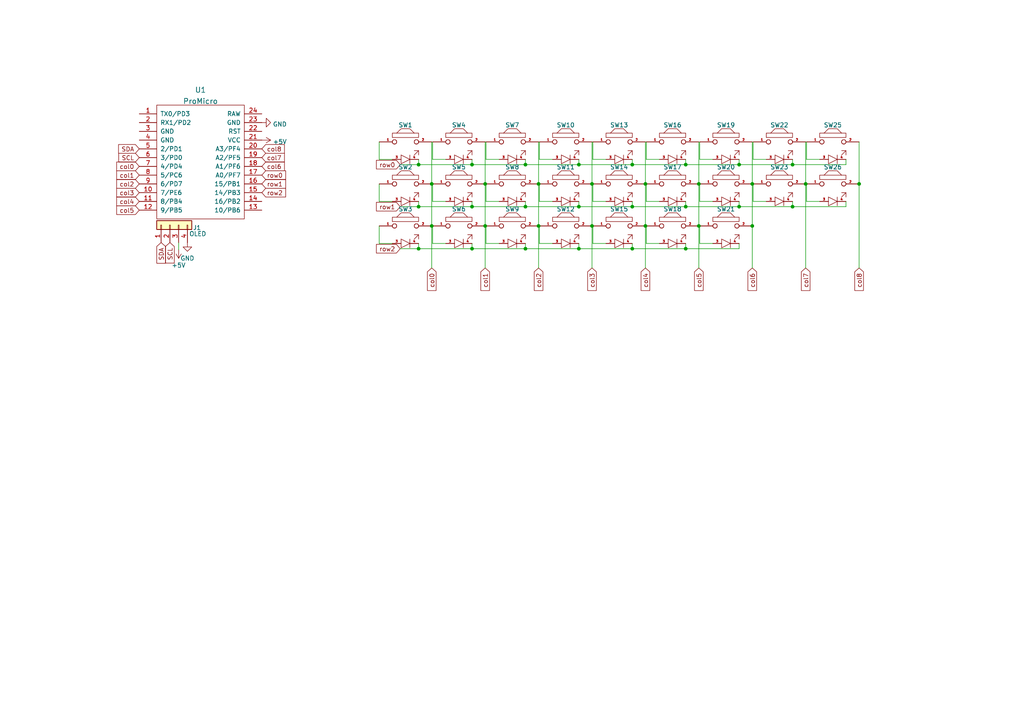
<source format=kicad_sch>
(kicad_sch (version 20220103) (generator eeschema)
  (paper "A4")
  (lib_symbols
    (symbol "Connector_Generic:Conn_01x04" (pin_names (offset 1.016) hide)
      (property "Reference" "J" (at 0 5.08 0))
      (property "Value" "Conn_01x04" (at 0 -7.62 0))
      (symbol "Conn_01x04_1_1"
        (rectangle (start -1.27 -4.953) (end 0 -5.207) (stroke (width 0.1524)))
        (rectangle (start -1.27 -2.413) (end 0 -2.667) (stroke (width 0.1524)))
        (rectangle (start -1.27 0.127) (end 0 -0.127) (stroke (width 0.1524)))
        (rectangle (start -1.27 2.667) (end 0 2.413) (stroke (width 0.1524)))
        (rectangle (start -1.27 3.81) (end 1.27 -6.35) (stroke (width 0.254)) (fill (type background)))
        (pin passive line (at -5.08 2.54 0) (length 3.81) (name "Pin_1") (number "1"))
        (pin passive line (at -5.08 0 0) (length 3.81) (name "Pin_2") (number "2"))
        (pin passive line (at -5.08 -2.54 0) (length 3.81) (name "Pin_3") (number "3"))
        (pin passive line (at -5.08 -5.08 0) (length 3.81) (name "Pin_4") (number "4"))
      )
    )
    (symbol "Keebio:MX" (pin_names (offset 1.016))
      (property "Reference" "SW" (at 0 5.08 0))
      (symbol "MX_0_1"
        (polyline (pts (xy 1.27 -3.81) (xy 1.27 -6.35)))
        (polyline (pts (xy 2.54 -3.81) (xy 3.81 -2.54)))
        (polyline (pts (xy 3.81 -3.81) (xy 3.81 -2.54) (xy 2.54 -2.54)))
        (polyline (pts (xy -2.54 2.54) (xy -1.27 3.81) (xy 1.27 3.81) (xy 2.54 2.54)))
        (polyline (pts (xy -1.27 -3.81) (xy -1.27 -6.35) (xy 1.27 -5.08) (xy -1.27 -3.81)))
        (polyline (pts (xy -3.81 1.27) (xy 3.81 1.27) (xy 3.81 2.54) (xy -3.81 2.54) (xy -3.81 1.27)))
      )
      (symbol "MX_1_1"
        (pin input inverted (at -7.62 0 0) (length 5.08) (name "~") (number "1"))
        (pin input inverted (at 7.62 0 180) (length 5.08) (name "~") (number "2"))
        (pin input line (at -3.81 -5.08 0) (length 2.54) (name "~") (number "3"))
        (pin input line (at 3.81 -5.08 180) (length 2.54) (name "~") (number "4"))
      )
    )
    (symbol "Keebio:ProMicro" (pin_names (offset 1.016))
      (property "Reference" "U" (at 0 0 0))
      (property "Value" "ProMicro" (at 0 -19.05 0))
      (symbol "ProMicro_0_1"
        (rectangle (start -12.7 -16.51) (end 12.7 16.51))
      )
      (symbol "ProMicro_1_1"
        (pin input line (at -17.78 13.97 0) (length 5.08) (name "TX0/PD3") (number "1"))
        (pin input line (at -17.78 -8.89 0) (length 5.08) (name "7/PE6") (number "10"))
        (pin input line (at -17.78 -11.43 0) (length 5.08) (name "8/PB4") (number "11"))
        (pin input line (at -17.78 -13.97 0) (length 5.08) (name "9/PB5") (number "12"))
        (pin input line (at 17.78 -13.97 180) (length 5.08) (name "10/PB6") (number "13"))
        (pin input line (at 17.78 -11.43 180) (length 5.08) (name "16/PB2") (number "14"))
        (pin input line (at 17.78 -8.89 180) (length 5.08) (name "14/PB3") (number "15"))
        (pin input line (at 17.78 -6.35 180) (length 5.08) (name "15/PB1") (number "16"))
        (pin input line (at 17.78 -3.81 180) (length 5.08) (name "A0/PF7") (number "17"))
        (pin input line (at 17.78 -1.27 180) (length 5.08) (name "A1/PF6") (number "18"))
        (pin input line (at 17.78 1.27 180) (length 5.08) (name "A2/PF5") (number "19"))
        (pin input line (at -17.78 11.43 0) (length 5.08) (name "RX1/PD2") (number "2"))
        (pin input line (at 17.78 3.81 180) (length 5.08) (name "A3/PF4") (number "20"))
        (pin input line (at 17.78 6.35 180) (length 5.08) (name "VCC") (number "21"))
        (pin input line (at 17.78 8.89 180) (length 5.08) (name "RST") (number "22"))
        (pin input line (at 17.78 11.43 180) (length 5.08) (name "GND") (number "23"))
        (pin input line (at 17.78 13.97 180) (length 5.08) (name "RAW") (number "24"))
        (pin input line (at -17.78 8.89 0) (length 5.08) (name "GND") (number "3"))
        (pin input line (at -17.78 6.35 0) (length 5.08) (name "GND") (number "4"))
        (pin input line (at -17.78 3.81 0) (length 5.08) (name "2/PD1") (number "5"))
        (pin input line (at -17.78 1.27 0) (length 5.08) (name "3/PD0") (number "6"))
        (pin input line (at -17.78 -1.27 0) (length 5.08) (name "4/PD4") (number "7"))
        (pin input line (at -17.78 -3.81 0) (length 5.08) (name "5/PC6") (number "8"))
        (pin input line (at -17.78 -6.35 0) (length 5.08) (name "6/PD7") (number "9"))
      )
    )
    (symbol "power:+5V" (power) (pin_names (offset 0))
      (property "Value" "+5V" (at 0 3.556 0))
      (symbol "+5V_0_1"
        (polyline (pts (xy -0.762 1.27) (xy 0 2.54)))
        (polyline (pts (xy 0 0) (xy 0 2.54)))
        (polyline (pts (xy 0 2.54) (xy 0.762 1.27)))
      )
      (symbol "+5V_1_1"
        (pin power_in line (at 0 0 90) (length 0) hide (name "+5V") (number "1"))
      )
    )
    (symbol "power:GND" (power) (pin_names (offset 0))
      (property "Value" "GND" (at 0 -3.81 0))
      (symbol "GND_0_1"
        (polyline (pts (xy 0 0) (xy 0 -1.27) (xy 1.27 -1.27) (xy 0 -2.54) (xy -1.27 -1.27) (xy 0 -1.27)))
      )
      (symbol "GND_1_1"
        (pin power_in line (at 0 0 270) (length 0) hide (name "GND") (number "1"))
      )
    )
  )
  (junction (at 152.4 59.944))
  (junction (at 218.186 53.34))
  (junction (at 152.4 47.752))
  (junction (at 249.174 53.34))
  (junction (at 183.388 72.136))
  (junction (at 167.894 59.944))
  (junction (at 156.21 65.532))
  (junction (at 214.376 59.944))
  (junction (at 171.704 65.532))
  (junction (at 125.222 65.532))
  (junction (at 140.716 65.532))
  (junction (at 198.882 47.752))
  (junction (at 183.388 47.752))
  (junction (at 229.87 59.944))
  (junction (at 140.716 53.34))
  (junction (at 183.388 59.944))
  (junction (at 187.198 53.34))
  (junction (at 167.894 47.752))
  (junction (at 218.186 65.532))
  (junction (at 121.412 47.752))
  (junction (at 198.882 72.136))
  (junction (at 171.704 53.34))
  (junction (at 229.87 47.752))
  (junction (at 187.198 65.532))
  (junction (at 121.412 59.944))
  (junction (at 233.68 53.34))
  (junction (at 202.692 65.532))
  (junction (at 125.222 53.34))
  (junction (at 121.412 72.136))
  (junction (at 214.376 47.752))
  (junction (at 152.4 72.136))
  (junction (at 202.692 53.34))
  (junction (at 136.906 47.752))
  (junction (at 198.882 59.944))
  (junction (at 136.906 59.944))
  (junction (at 156.21 53.34))
  (junction (at 136.906 72.136))
  (junction (at 167.894 72.136))
  (wire (pts (xy 202.692 53.34) (xy 202.692 65.532)))
  (wire (pts (xy 202.692 65.532) (xy 202.692 77.724)))
  (wire (pts (xy 136.906 58.42) (xy 136.906 59.944)))
  (wire (pts (xy 116.078 47.752) (xy 121.412 47.752)))
  (wire (pts (xy 218.44 46.228) (xy 222.25 46.228)))
  (wire (pts (xy 125.476 58.42) (xy 129.286 58.42)))
  (wire (pts (xy 167.894 47.752) (xy 152.4 47.752)))
  (wire (pts (xy 156.464 53.34) (xy 156.464 58.42)))
  (wire (pts (xy 136.906 47.752) (xy 152.4 47.752)))
  (wire (pts (xy 218.186 53.34) (xy 218.186 65.532)))
  (wire (pts (xy 136.906 72.136) (xy 152.4 72.136)))
  (wire (pts (xy 140.97 53.34) (xy 140.97 58.42)))
  (wire (pts (xy 229.87 59.944) (xy 214.376 59.944)))
  (wire (pts (xy 187.452 70.612) (xy 191.262 70.612)))
  (wire (pts (xy 167.894 59.944) (xy 183.388 59.944)))
  (wire (pts (xy 140.97 46.228) (xy 144.78 46.228)))
  (wire (pts (xy 233.934 58.42) (xy 237.744 58.42)))
  (wire (pts (xy 109.982 58.42) (xy 113.792 58.42)))
  (wire (pts (xy 156.464 65.532) (xy 156.464 70.612)))
  (wire (pts (xy 167.894 46.228) (xy 167.894 47.752)))
  (wire (pts (xy 202.946 46.228) (xy 206.756 46.228)))
  (wire (pts (xy 218.44 41.148) (xy 218.44 46.228)))
  (wire (pts (xy 136.906 47.752) (xy 121.412 47.752)))
  (wire (pts (xy 198.882 59.944) (xy 183.388 59.944)))
  (wire (pts (xy 229.87 47.752) (xy 245.364 47.752)))
  (wire (pts (xy 140.716 65.532) (xy 140.716 77.724)))
  (wire (pts (xy 229.87 47.752) (xy 214.376 47.752)))
  (wire (pts (xy 218.186 65.532) (xy 218.186 77.724)))
  (wire (pts (xy 249.174 53.34) (xy 249.174 77.724)))
  (wire (pts (xy 167.894 72.136) (xy 183.388 72.136)))
  (wire (pts (xy 109.982 46.228) (xy 113.792 46.228)))
  (wire (pts (xy 202.946 70.612) (xy 206.756 70.612)))
  (wire (pts (xy 125.222 65.532) (xy 125.222 77.724)))
  (wire (pts (xy 233.68 41.148) (xy 233.68 53.34)))
  (wire (pts (xy 125.476 53.34) (xy 125.476 58.42)))
  (wire (pts (xy 198.882 59.944) (xy 214.376 59.944)))
  (wire (pts (xy 202.946 58.42) (xy 206.756 58.42)))
  (wire (pts (xy 109.982 65.532) (xy 109.982 70.612)))
  (wire (pts (xy 156.464 46.228) (xy 160.274 46.228)))
  (wire (pts (xy 136.906 59.944) (xy 121.412 59.944)))
  (wire (pts (xy 187.452 53.34) (xy 187.452 58.42)))
  (wire (pts (xy 171.958 53.34) (xy 171.958 58.42)))
  (wire (pts (xy 198.882 58.42) (xy 198.882 59.944)))
  (wire (pts (xy 187.452 46.228) (xy 191.262 46.228)))
  (wire (pts (xy 116.078 72.136) (xy 121.412 72.136)))
  (wire (pts (xy 249.174 41.148) (xy 249.174 53.34)))
  (wire (pts (xy 214.376 72.136) (xy 214.376 70.612)))
  (wire (pts (xy 140.97 58.42) (xy 144.78 58.42)))
  (wire (pts (xy 183.388 72.136) (xy 183.388 70.612)))
  (wire (pts (xy 121.412 59.944) (xy 121.412 58.42)))
  (wire (pts (xy 218.186 41.148) (xy 218.186 53.34)))
  (wire (pts (xy 136.906 70.612) (xy 136.906 72.136)))
  (wire (pts (xy 152.4 72.136) (xy 152.4 70.612)))
  (wire (pts (xy 109.982 53.34) (xy 109.982 58.42)))
  (wire (pts (xy 140.97 41.148) (xy 140.97 46.228)))
  (wire (pts (xy 156.464 70.612) (xy 160.274 70.612)))
  (wire (pts (xy 202.692 41.148) (xy 202.692 53.34)))
  (wire (pts (xy 187.452 65.532) (xy 187.452 70.612)))
  (wire (pts (xy 121.412 47.752) (xy 121.412 46.228)))
  (wire (pts (xy 171.958 41.148) (xy 171.958 46.228)))
  (wire (pts (xy 171.958 70.612) (xy 175.768 70.612)))
  (wire (pts (xy 171.958 65.532) (xy 171.958 70.612)))
  (wire (pts (xy 198.882 70.612) (xy 198.882 72.136)))
  (wire (pts (xy 167.894 70.612) (xy 167.894 72.136)))
  (wire (pts (xy 136.906 72.136) (xy 121.412 72.136)))
  (wire (pts (xy 229.87 58.42) (xy 229.87 59.944)))
  (wire (pts (xy 109.982 41.148) (xy 109.982 46.228)))
  (wire (pts (xy 156.21 41.148) (xy 156.21 53.34)))
  (wire (pts (xy 152.4 59.944) (xy 152.4 58.42)))
  (wire (pts (xy 140.716 53.34) (xy 140.716 65.532)))
  (wire (pts (xy 121.412 72.136) (xy 121.412 70.612)))
  (wire (pts (xy 214.376 47.752) (xy 214.376 46.228)))
  (wire (pts (xy 198.882 47.752) (xy 214.376 47.752)))
  (wire (pts (xy 156.21 65.532) (xy 156.21 77.724)))
  (wire (pts (xy 125.476 41.148) (xy 125.476 46.228)))
  (wire (pts (xy 156.464 41.148) (xy 156.464 46.228)))
  (wire (pts (xy 125.476 65.532) (xy 125.476 70.612)))
  (wire (pts (xy 233.934 46.228) (xy 237.744 46.228)))
  (wire (pts (xy 51.816 70.358) (xy 51.816 72.39)))
  (wire (pts (xy 198.882 46.228) (xy 198.882 47.752)))
  (wire (pts (xy 218.44 53.34) (xy 218.44 58.42)))
  (wire (pts (xy 245.364 46.228) (xy 245.364 47.752)))
  (wire (pts (xy 140.97 70.612) (xy 144.78 70.612)))
  (wire (pts (xy 245.364 58.42) (xy 245.364 59.944)))
  (wire (pts (xy 183.388 47.752) (xy 183.388 46.228)))
  (wire (pts (xy 140.716 41.148) (xy 140.716 53.34)))
  (wire (pts (xy 183.388 59.944) (xy 183.388 58.42)))
  (wire (pts (xy 171.958 46.228) (xy 175.768 46.228)))
  (wire (pts (xy 171.958 58.42) (xy 175.768 58.42)))
  (wire (pts (xy 136.906 59.944) (xy 152.4 59.944)))
  (wire (pts (xy 156.21 53.34) (xy 156.21 65.532)))
  (wire (pts (xy 198.882 72.136) (xy 183.388 72.136)))
  (wire (pts (xy 229.87 46.228) (xy 229.87 47.752)))
  (wire (pts (xy 187.198 41.148) (xy 187.198 53.34)))
  (wire (pts (xy 198.882 72.136) (xy 214.376 72.136)))
  (wire (pts (xy 125.476 70.612) (xy 129.286 70.612)))
  (wire (pts (xy 109.982 70.612) (xy 113.792 70.612)))
  (wire (pts (xy 187.198 53.34) (xy 187.198 65.532)))
  (wire (pts (xy 125.476 46.228) (xy 129.286 46.228)))
  (wire (pts (xy 116.078 59.944) (xy 121.412 59.944)))
  (wire (pts (xy 167.894 59.944) (xy 152.4 59.944)))
  (wire (pts (xy 233.934 41.148) (xy 233.934 46.228)))
  (wire (pts (xy 125.222 53.34) (xy 125.222 65.532)))
  (wire (pts (xy 202.946 53.34) (xy 202.946 58.42)))
  (wire (pts (xy 198.882 47.752) (xy 183.388 47.752)))
  (wire (pts (xy 136.906 46.228) (xy 136.906 47.752)))
  (wire (pts (xy 233.934 53.34) (xy 233.934 58.42)))
  (wire (pts (xy 125.222 41.148) (xy 125.222 53.34)))
  (wire (pts (xy 229.87 59.944) (xy 245.364 59.944)))
  (wire (pts (xy 187.452 41.148) (xy 187.452 46.228)))
  (wire (pts (xy 202.946 41.148) (xy 202.946 46.228)))
  (wire (pts (xy 171.704 65.532) (xy 171.704 77.724)))
  (wire (pts (xy 202.946 65.532) (xy 202.946 70.612)))
  (wire (pts (xy 187.198 65.532) (xy 187.198 77.724)))
  (wire (pts (xy 187.452 58.42) (xy 191.262 58.42)))
  (wire (pts (xy 156.464 58.42) (xy 160.274 58.42)))
  (wire (pts (xy 167.894 47.752) (xy 183.388 47.752)))
  (wire (pts (xy 171.704 41.148) (xy 171.704 53.34)))
  (wire (pts (xy 167.894 72.136) (xy 152.4 72.136)))
  (wire (pts (xy 171.704 53.34) (xy 171.704 65.532)))
  (wire (pts (xy 218.44 58.42) (xy 222.25 58.42)))
  (wire (pts (xy 152.4 47.752) (xy 152.4 46.228)))
  (wire (pts (xy 167.894 58.42) (xy 167.894 59.944)))
  (wire (pts (xy 233.68 53.34) (xy 233.68 77.724)))
  (wire (pts (xy 140.97 65.532) (xy 140.97 70.612)))
  (wire (pts (xy 214.376 59.944) (xy 214.376 58.42)))
  (global_label "col2" (shape input) (at 156.21 77.724 270) (property "Intersheetrefs" "${INTERSHEET_REFS}" (at 156.21 84.758 90) (effects (justify right))))
  (global_label "col5" (shape input) (at 40.386 60.96 180) (property "Intersheetrefs" "${INTERSHEET_REFS}" (at 33.352 60.96 0) (effects (justify right))))
  (global_label "col4" (shape input) (at 187.198 77.724 270) (property "Intersheetrefs" "${INTERSHEET_REFS}" (at 187.198 84.758 90) (effects (justify right))))
  (global_label "col8" (shape input) (at 249.174 77.724 270) (property "Intersheetrefs" "${INTERSHEET_REFS}" (at 249.174 84.758 90) (effects (justify right))))
  (global_label "SCL" (shape input) (at 49.276 70.358 270) (property "Intersheetrefs" "${INTERSHEET_REFS}" (at 49.276 76.7872 90) (effects (justify right))))
  (global_label "col3" (shape input) (at 40.386 55.88 180) (property "Intersheetrefs" "${INTERSHEET_REFS}" (at 33.352 55.88 0) (effects (justify right))))
  (global_label "row1" (shape input) (at 75.946 53.34 0) (property "Intersheetrefs" "${INTERSHEET_REFS}" (at 83.3428 53.34 0) (effects (justify left))))
  (global_label "SDA" (shape input) (at 46.736 70.358 270) (property "Intersheetrefs" "${INTERSHEET_REFS}" (at 46.736 76.8477 90) (effects (justify right))))
  (global_label "SCL" (shape input) (at 40.386 45.72 180) (property "Intersheetrefs" "${INTERSHEET_REFS}" (at 33.9568 45.72 0) (effects (justify right))))
  (global_label "row1" (shape input) (at 116.078 59.944 180) (property "Intersheetrefs" "${INTERSHEET_REFS}" (at 108.6812 59.944 0) (effects (justify right))))
  (global_label "col1" (shape input) (at 40.386 50.8 180) (property "Intersheetrefs" "${INTERSHEET_REFS}" (at 33.352 50.8 0) (effects (justify right))))
  (global_label "col6" (shape input) (at 75.946 48.26 0) (property "Intersheetrefs" "${INTERSHEET_REFS}" (at 82.98 48.26 0) (effects (justify left))))
  (global_label "col7" (shape input) (at 75.946 45.72 0) (property "Intersheetrefs" "${INTERSHEET_REFS}" (at 82.98 45.72 0) (effects (justify left))))
  (global_label "row2" (shape input) (at 116.078 72.136 180) (property "Intersheetrefs" "${INTERSHEET_REFS}" (at 108.6812 72.136 0) (effects (justify right))))
  (global_label "col6" (shape input) (at 218.186 77.724 270) (property "Intersheetrefs" "${INTERSHEET_REFS}" (at 218.186 84.758 90) (effects (justify right))))
  (global_label "col0" (shape input) (at 40.386 48.26 180) (property "Intersheetrefs" "${INTERSHEET_REFS}" (at 33.352 48.26 0) (effects (justify right))))
  (global_label "col0" (shape input) (at 125.222 77.724 270) (property "Intersheetrefs" "${INTERSHEET_REFS}" (at 125.222 84.758 90) (effects (justify right))))
  (global_label "col3" (shape input) (at 171.704 77.724 270) (property "Intersheetrefs" "${INTERSHEET_REFS}" (at 171.704 84.758 90) (effects (justify right))))
  (global_label "row0" (shape input) (at 75.946 50.8 0) (property "Intersheetrefs" "${INTERSHEET_REFS}" (at 83.3428 50.8 0) (effects (justify left))))
  (global_label "row0" (shape input) (at 116.078 47.752 180) (property "Intersheetrefs" "${INTERSHEET_REFS}" (at 108.6812 47.752 0) (effects (justify right))))
  (global_label "col4" (shape input) (at 40.386 58.42 180) (property "Intersheetrefs" "${INTERSHEET_REFS}" (at 33.352 58.42 0) (effects (justify right))))
  (global_label "col2" (shape input) (at 40.386 53.34 180) (property "Intersheetrefs" "${INTERSHEET_REFS}" (at 33.352 53.34 0) (effects (justify right))))
  (global_label "col7" (shape input) (at 233.68 77.724 270) (property "Intersheetrefs" "${INTERSHEET_REFS}" (at 233.68 84.758 90) (effects (justify right))))
  (global_label "row2" (shape input) (at 75.946 55.88 0) (property "Intersheetrefs" "${INTERSHEET_REFS}" (at 83.3428 55.88 0) (effects (justify left))))
  (global_label "col1" (shape input) (at 140.716 77.724 270) (property "Intersheetrefs" "${INTERSHEET_REFS}" (at 140.716 84.758 90) (effects (justify right))))
  (global_label "col5" (shape input) (at 202.692 77.724 270) (property "Intersheetrefs" "${INTERSHEET_REFS}" (at 202.692 84.758 90) (effects (justify right))))
  (global_label "col8" (shape input) (at 75.946 43.18 0) (property "Intersheetrefs" "${INTERSHEET_REFS}" (at 82.98 43.18 0) (effects (justify left))))
  (global_label "SDA" (shape input) (at 40.386 43.18 180) (property "Intersheetrefs" "${INTERSHEET_REFS}" (at 33.8963 43.18 0) (effects (justify right))))
  (symbol (lib_id "Keebio:MX") (at 226.06 53.34 0) (unit 1)
    (property "Reference" "SW23" (at 226.06 48.4655 0))
    (property "Value" "MX" (effects hide))
    (property "Footprint" "Keebio:MX-Alps-Choc-1U" (effects hide))
  )
  (symbol (lib_id "power:+5V") (at 51.816 72.39 180) (unit 1)
    (property "Reference" "#PWR0102" (effects hide))
    (property "Value" "+5V" (at 51.816 76.9525 0))
  )
  (symbol (lib_id "Keebio:ProMicro") (at 58.166 46.99 0) (unit 1)
    (property "Reference" "U1" (at 58.166 26.0761 0) (effects (font (size 1.524 1.524))))
    (property "Value" "ProMicro" (at 58.166 29.3551 0) (effects (font (size 1.524 1.524))))
    (property "Footprint" "Keebio:ArduinoProMicro" (effects hide))
  )
  (symbol (lib_id "Keebio:MX") (at 210.566 65.532 0) (unit 1)
    (property "Reference" "SW21" (at 210.566 60.6575 0))
    (property "Value" "MX" (effects hide))
    (property "Footprint" "Keebio:MX-Alps-Choc-1U" (effects hide))
  )
  (symbol (lib_id "Keebio:MX") (at 148.59 53.34 0) (unit 1)
    (property "Reference" "SW8" (at 148.59 48.4655 0))
    (property "Value" "MX" (effects hide))
    (property "Footprint" "Keebio:MX-Alps-Choc-1U" (effects hide))
  )
  (symbol (lib_id "Keebio:MX") (at 117.602 53.34 0) (unit 1)
    (property "Reference" "SW2" (at 117.602 48.4655 0))
    (property "Value" "MX" (effects hide))
    (property "Footprint" "Keebio:MX-Alps-Choc-1U" (effects hide))
  )
  (symbol (lib_id "Keebio:MX") (at 164.084 41.148 0) (unit 1)
    (property "Reference" "SW10" (at 164.084 36.2735 0))
    (property "Value" "MX" (effects hide))
    (property "Footprint" "Keebio:MX-Alps-Choc-1U" (effects hide))
  )
  (symbol (lib_id "Keebio:MX") (at 133.096 41.148 0) (unit 1)
    (property "Reference" "SW4" (at 133.096 36.2735 0))
    (property "Value" "MX" (effects hide))
    (property "Footprint" "Keebio:MX-Alps-Choc-1U" (effects hide))
  )
  (symbol (lib_id "Connector_Generic:Conn_01x04") (at 49.276 65.278 90) (unit 1)
    (property "Reference" "J1" (at 57.15 66.04 90))
    (property "Value" "OLED" (at 54.864 67.818 90) (effects (justify right)))
    (property "Footprint" "Connector_PinSocket_2.54mm:PinSocket_1x04_P2.54mm_Vertical" (effects hide))
  )
  (symbol (lib_id "Keebio:MX") (at 195.072 41.148 0) (unit 1)
    (property "Reference" "SW16" (at 195.072 36.2735 0))
    (property "Value" "MX" (effects hide))
    (property "Footprint" "Keebio:MX-Alps-Choc-1U" (effects hide))
  )
  (symbol (lib_id "Keebio:MX") (at 241.554 53.34 0) (unit 1)
    (property "Reference" "SW26" (at 241.554 48.4655 0))
    (property "Value" "MX" (effects hide))
    (property "Footprint" "Keebio:MX-Alps-Choc-1U" (effects hide))
  )
  (symbol (lib_id "Keebio:MX") (at 210.566 53.34 0) (unit 1)
    (property "Reference" "SW20" (at 210.566 48.4655 0))
    (property "Value" "MX" (effects hide))
    (property "Footprint" "Keebio:MX-Alps-Choc-1U" (effects hide))
  )
  (symbol (lib_id "Keebio:MX") (at 133.096 53.34 0) (unit 1)
    (property "Reference" "SW5" (at 133.096 48.4655 0))
    (property "Value" "MX" (effects hide))
    (property "Footprint" "Keebio:MX-Alps-Choc-1U" (effects hide))
  )
  (symbol (lib_id "Keebio:MX") (at 241.554 41.148 0) (unit 1)
    (property "Reference" "SW25" (at 241.554 36.2735 0))
    (property "Value" "MX" (effects hide))
    (property "Footprint" "Keebio:MX-Alps-Choc-1U" (effects hide))
  )
  (symbol (lib_id "power:GND") (at 75.946 35.56 90) (unit 1)
    (property "Reference" "#PWR0104" (effects hide))
    (property "Value" "GND" (at 79.121 36.039 90) (effects (justify right)))
  )
  (symbol (lib_id "Keebio:MX") (at 195.072 65.532 0) (unit 1)
    (property "Reference" "SW18" (at 195.072 60.6575 0))
    (property "Value" "MX" (effects hide))
    (property "Footprint" "Keebio:MX-Alps-Choc-1U" (effects hide))
  )
  (symbol (lib_id "power:GND") (at 54.356 70.358 0) (unit 1)
    (property "Reference" "#PWR0101" (effects hide))
    (property "Value" "GND" (at 54.356 74.9205 0))
  )
  (symbol (lib_id "Keebio:MX") (at 210.566 41.148 0) (unit 1)
    (property "Reference" "SW19" (at 210.566 36.2735 0))
    (property "Value" "MX" (effects hide))
    (property "Footprint" "Keebio:MX-Alps-Choc-1U" (effects hide))
  )
  (symbol (lib_id "Keebio:MX") (at 179.578 65.532 0) (unit 1)
    (property "Reference" "SW15" (at 179.578 60.6575 0))
    (property "Value" "MX" (effects hide))
    (property "Footprint" "Keebio:MX-Alps-Choc-1U" (effects hide))
  )
  (symbol (lib_id "Keebio:MX") (at 195.072 53.34 0) (unit 1)
    (property "Reference" "SW17" (at 195.072 48.4655 0))
    (property "Value" "MX" (effects hide))
    (property "Footprint" "Keebio:MX-Alps-Choc-1U" (effects hide))
  )
  (symbol (lib_id "Keebio:MX") (at 179.578 53.34 0) (unit 1)
    (property "Reference" "SW14" (at 179.578 48.4655 0))
    (property "Value" "MX" (effects hide))
    (property "Footprint" "Keebio:MX-Alps-Choc-1U" (effects hide))
  )
  (symbol (lib_id "Keebio:MX") (at 117.602 65.532 0) (unit 1)
    (property "Reference" "SW3" (at 117.602 60.6575 0))
    (property "Value" "MX" (effects hide))
    (property "Footprint" "Keebio:MX-Alps-Choc-1U" (effects hide))
  )
  (symbol (lib_id "Keebio:MX") (at 164.084 53.34 0) (unit 1)
    (property "Reference" "SW11" (at 164.084 48.4655 0))
    (property "Value" "MX" (effects hide))
    (property "Footprint" "Keebio:MX-Alps-Choc-1U" (effects hide))
  )
  (symbol (lib_id "power:+5V") (at 75.946 40.64 270) (unit 1)
    (property "Reference" "#PWR0103" (effects hide))
    (property "Value" "+5V" (at 79.121 41.119 90) (effects (justify left)))
  )
  (symbol (lib_id "Keebio:MX") (at 179.578 41.148 0) (unit 1)
    (property "Reference" "SW13" (at 179.578 36.2735 0))
    (property "Value" "MX" (effects hide))
    (property "Footprint" "Keebio:MX-Alps-Choc-1U" (effects hide))
  )
  (symbol (lib_id "Keebio:MX") (at 117.602 41.148 0) (unit 1)
    (property "Reference" "SW1" (at 117.602 36.2735 0))
    (property "Value" "MX" (effects hide))
    (property "Footprint" "Keebio:MX-Alps-Choc-1U" (effects hide))
  )
  (symbol (lib_id "Keebio:MX") (at 133.096 65.532 0) (unit 1)
    (property "Reference" "SW6" (at 133.096 60.6575 0))
    (property "Value" "MX" (effects hide))
    (property "Footprint" "Keebio:MX-Alps-Choc-1U" (effects hide))
  )
  (symbol (lib_id "Keebio:MX") (at 164.084 65.532 0) (unit 1)
    (property "Reference" "SW12" (at 164.084 60.6575 0))
    (property "Value" "MX" (effects hide))
    (property "Footprint" "Keebio:MX-Alps-Choc-1U" (effects hide))
  )
  (symbol (lib_id "Keebio:MX") (at 148.59 65.532 0) (unit 1)
    (property "Reference" "SW9" (at 148.59 60.6575 0))
    (property "Value" "MX" (effects hide))
    (property "Footprint" "Keebio:MX-Alps-Choc-1U" (effects hide))
  )
  (symbol (lib_id "Keebio:MX") (at 148.59 41.148 0) (unit 1)
    (property "Reference" "SW7" (at 148.59 36.2735 0))
    (property "Value" "MX" (effects hide))
    (property "Footprint" "Keebio:MX-Alps-Choc-1U" (effects hide))
  )
  (symbol (lib_id "Keebio:MX") (at 226.06 41.148 0) (unit 1)
    (property "Reference" "SW22" (at 226.06 36.2735 0))
    (property "Value" "MX" (effects hide))
    (property "Footprint" "Keebio:MX-Alps-Choc-1U" (effects hide))
  )
)
</source>
